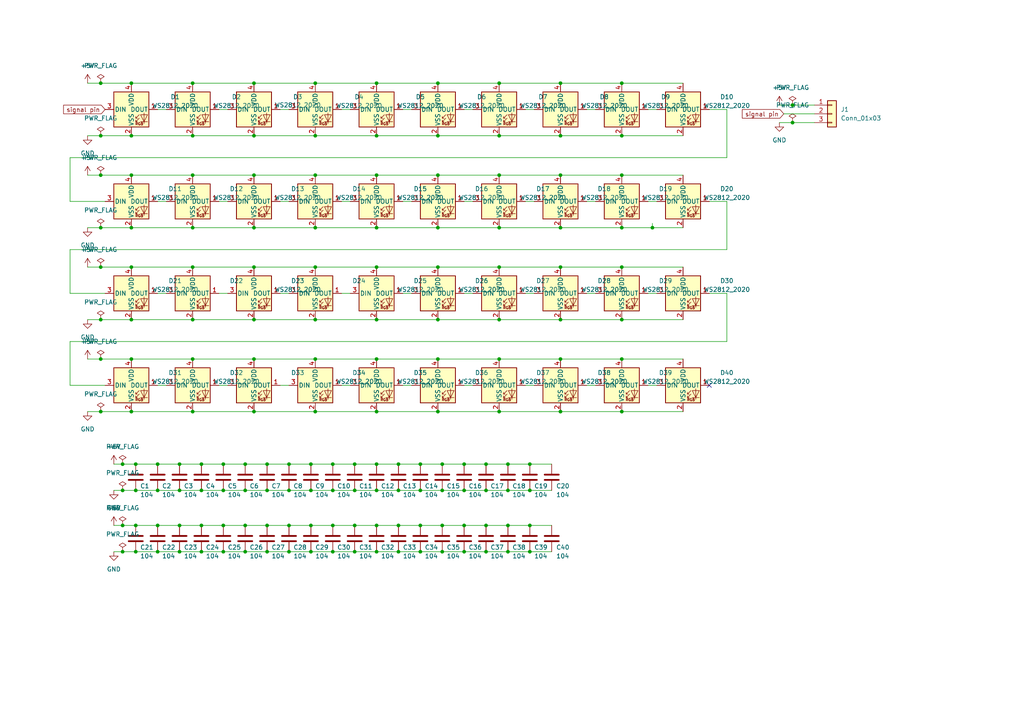
<source format=kicad_sch>
(kicad_sch (version 20230121) (generator eeschema)
  (paper "A4")
  (lib_symbols
    (symbol "Connector_Generic:Conn_01x03" (pin_names (offset 1.016) hide)
      (property "Reference" "J" (at 0 5.08 0))
      (property "Value" "Conn_01x03" (at 0 -5.08 0))
      (symbol "Conn_01x03_1_1"
        (rectangle (start -1.27 -2.413) (end 0 -2.667) (stroke (width 0.1524)))
        (rectangle (start -1.27 0.127) (end 0 -0.127) (stroke (width 0.1524)))
        (rectangle (start -1.27 2.667) (end 0 2.413) (stroke (width 0.1524)))
        (rectangle (start -1.27 3.81) (end 1.27 -3.81) (stroke (width 0.254)) (fill (type background)))
        (pin passive line (at -5.08 2.54 0) (length 3.81) (name "Pin_1") (number "1"))
        (pin passive line (at -5.08 0 0) (length 3.81) (name "Pin_2") (number "2"))
        (pin passive line (at -5.08 -2.54 0) (length 3.81) (name "Pin_3") (number "3"))
      )
    )
    (symbol "Device:C" (pin_numbers hide) (pin_names (offset 0.254))
      (property "Reference" "C" (at 0.635 2.54 0))
      (property "Value" "C" (at 0.635 -2.54 0))
      (symbol "C_0_1"
        (polyline (pts (xy -2.032 -0.762) (xy 2.032 -0.762)) (stroke (width 0.508)))
        (polyline (pts (xy -2.032 0.762) (xy 2.032 0.762)) (stroke (width 0.508)))
      )
      (symbol "C_1_1"
        (pin passive line (at 0 3.81 270) (length 2.794) (name "~") (number "1"))
        (pin passive line (at 0 -3.81 90) (length 2.794) (name "~") (number "2"))
      )
    )
    (symbol "loacl_lib:WS2812_2020" (pin_names (offset 0.254))
      (property "Reference" "D" (at 5.08 5.715 0))
      (property "Value" "WS2812_2020" (at 1.27 -5.715 0))
      (symbol "WS2812_2020_0_0"
        (text "RGB" (at 2.286 -4.191 0) (effects (font (size 0.762 0.762))))
      )
      (symbol "WS2812_2020_0_1"
        (polyline (pts (xy 1.27 -3.556) (xy 1.778 -3.556)))
        (polyline (pts (xy 1.27 -2.54) (xy 1.778 -2.54)))
        (polyline (pts (xy 4.699 -3.556) (xy 2.667 -3.556)))
        (polyline (pts (xy 2.286 -2.54) (xy 1.27 -3.556) (xy 1.27 -3.048)))
        (polyline (pts (xy 2.286 -1.524) (xy 1.27 -2.54) (xy 1.27 -2.032)))
        (polyline (pts (xy 3.683 -1.016) (xy 3.683 -3.556) (xy 3.683 -4.064)))
        (polyline (pts (xy 4.699 -1.524) (xy 2.667 -1.524) (xy 3.683 -3.556) (xy 4.699 -1.524)))
        (rectangle (start 5.08 5.08) (end -5.08 -5.08) (stroke (width 0.254)) (fill (type background)))
      )
      (symbol "WS2812_2020_1_1"
        (pin output line (at 7.62 0 180) (length 2.54) (name "DOUT") (number "1"))
        (pin power_in line (at 0 -7.62 90) (length 2.54) (name "VSS") (number "2"))
        (pin input line (at -7.62 0 0) (length 2.54) (name "DIN") (number "3"))
        (pin power_in line (at 0 7.62 270) (length 2.54) (name "VDD") (number "4"))
      )
    )
    (symbol "power:+5V" (power) (pin_names (offset 0))
      (property "Value" "+5V" (at 0 3.556 0))
      (symbol "+5V_0_1"
        (polyline (pts (xy -0.762 1.27) (xy 0 2.54)))
        (polyline (pts (xy 0 0) (xy 0 2.54)))
        (polyline (pts (xy 0 2.54) (xy 0.762 1.27)))
      )
      (symbol "+5V_1_1"
        (pin power_in line (at 0 0 90) (length 0) hide (name "+5V") (number "1"))
      )
    )
    (symbol "power:GND" (power) (pin_names (offset 0))
      (property "Value" "GND" (at 0 -3.81 0))
      (symbol "GND_0_1"
        (polyline (pts (xy 0 0) (xy 0 -1.27) (xy 1.27 -1.27) (xy 0 -2.54) (xy -1.27 -1.27) (xy 0 -1.27)))
      )
      (symbol "GND_1_1"
        (pin power_in line (at 0 0 270) (length 0) hide (name "GND") (number "1"))
      )
    )
    (symbol "power:PWR_FLAG" (power) (pin_numbers hide) (pin_names (offset 0) hide)
      (property "Value" "PWR_FLAG" (at 0 3.81 0))
      (symbol "PWR_FLAG_0_0"
        (pin power_out line (at 0 0 90) (length 0) (name "pwr") (number "1"))
      )
      (symbol "PWR_FLAG_0_1"
        (polyline (pts (xy 0 0) (xy 0 1.27) (xy -1.016 1.905) (xy 0 2.54) (xy 1.016 1.905) (xy 0 1.27)))
      )
    )
  )
  (junction (at 71.12 160.02))
  (junction (at 91.44 77.47))
  (junction (at 96.52 142.24))
  (junction (at 71.12 152.4))
  (junction (at 109.22 50.8))
  (junction (at 29.21 39.37))
  (junction (at 38.1 39.37))
  (junction (at 73.66 92.71))
  (junction (at 127 24.13))
  (junction (at 38.1 92.71))
  (junction (at 144.78 104.14))
  (junction (at 127 119.38))
  (junction (at 109.22 152.4))
  (junction (at 52.07 160.02))
  (junction (at 35.56 134.62))
  (junction (at 91.44 50.8))
  (junction (at 127 77.47))
  (junction (at 55.88 50.8))
  (junction (at 73.66 39.37))
  (junction (at 153.67 134.62))
  (junction (at 144.78 119.38))
  (junction (at 71.12 142.24))
  (junction (at 162.56 50.8))
  (junction (at 180.34 104.14))
  (junction (at 96.52 152.4))
  (junction (at 162.56 77.47))
  (junction (at 52.07 142.24))
  (junction (at 144.78 66.04))
  (junction (at 55.88 119.38))
  (junction (at 52.07 134.62))
  (junction (at 180.34 24.13))
  (junction (at 29.21 77.47))
  (junction (at 134.62 152.4))
  (junction (at 90.17 152.4))
  (junction (at 147.32 134.62))
  (junction (at 73.66 50.8))
  (junction (at 91.44 39.37))
  (junction (at 73.66 24.13))
  (junction (at 58.42 152.4))
  (junction (at 109.22 160.02))
  (junction (at 121.92 142.24))
  (junction (at 121.92 152.4))
  (junction (at 153.67 152.4))
  (junction (at 109.22 24.13))
  (junction (at 128.27 152.4))
  (junction (at 91.44 119.38))
  (junction (at 128.27 142.24))
  (junction (at 55.88 39.37))
  (junction (at 153.67 160.02))
  (junction (at 140.97 134.62))
  (junction (at 134.62 134.62))
  (junction (at 115.57 152.4))
  (junction (at 73.66 66.04))
  (junction (at 91.44 104.14))
  (junction (at 45.72 134.62))
  (junction (at 162.56 39.37))
  (junction (at 91.44 92.71))
  (junction (at 90.17 160.02))
  (junction (at 83.82 160.02))
  (junction (at 127 92.71))
  (junction (at 115.57 160.02))
  (junction (at 64.77 160.02))
  (junction (at 109.22 134.62))
  (junction (at 39.37 142.24))
  (junction (at 83.82 152.4))
  (junction (at 55.88 92.71))
  (junction (at 38.1 104.14))
  (junction (at 38.1 77.47))
  (junction (at 109.22 66.04))
  (junction (at 144.78 24.13))
  (junction (at 64.77 134.62))
  (junction (at 229.87 35.56))
  (junction (at 29.21 92.71))
  (junction (at 147.32 152.4))
  (junction (at 64.77 152.4))
  (junction (at 128.27 134.62))
  (junction (at 73.66 104.14))
  (junction (at 140.97 142.24))
  (junction (at 58.42 134.62))
  (junction (at 140.97 152.4))
  (junction (at 45.72 160.02))
  (junction (at 38.1 50.8))
  (junction (at 180.34 50.8))
  (junction (at 121.92 160.02))
  (junction (at 39.37 160.02))
  (junction (at 109.22 104.14))
  (junction (at 121.92 134.62))
  (junction (at 77.47 134.62))
  (junction (at 115.57 134.62))
  (junction (at 83.82 134.62))
  (junction (at 144.78 92.71))
  (junction (at 45.72 142.24))
  (junction (at 134.62 142.24))
  (junction (at 128.27 160.02))
  (junction (at 90.17 142.24))
  (junction (at 39.37 152.4))
  (junction (at 55.88 77.47))
  (junction (at 96.52 160.02))
  (junction (at 147.32 160.02))
  (junction (at 29.21 119.38))
  (junction (at 29.21 104.14))
  (junction (at 91.44 24.13))
  (junction (at 77.47 160.02))
  (junction (at 229.87 30.48))
  (junction (at 144.78 39.37))
  (junction (at 180.34 92.71))
  (junction (at 58.42 160.02))
  (junction (at 147.32 142.24))
  (junction (at 38.1 66.04))
  (junction (at 162.56 66.04))
  (junction (at 29.21 24.13))
  (junction (at 127 66.04))
  (junction (at 180.34 77.47))
  (junction (at 109.22 119.38))
  (junction (at 153.67 142.24))
  (junction (at 180.34 119.38))
  (junction (at 58.42 142.24))
  (junction (at 180.34 39.37))
  (junction (at 38.1 119.38))
  (junction (at 127 39.37))
  (junction (at 102.87 152.4))
  (junction (at 29.21 66.04))
  (junction (at 162.56 119.38))
  (junction (at 109.22 92.71))
  (junction (at 144.78 77.47))
  (junction (at 96.52 134.62))
  (junction (at 127 50.8))
  (junction (at 127 104.14))
  (junction (at 162.56 92.71))
  (junction (at 162.56 24.13))
  (junction (at 77.47 152.4))
  (junction (at 73.66 77.47))
  (junction (at 102.87 160.02))
  (junction (at 35.56 152.4))
  (junction (at 180.34 66.04))
  (junction (at 35.56 160.02))
  (junction (at 102.87 134.62))
  (junction (at 73.66 119.38))
  (junction (at 109.22 142.24))
  (junction (at 134.62 160.02))
  (junction (at 35.56 142.24))
  (junction (at 109.22 39.37))
  (junction (at 77.47 142.24))
  (junction (at 52.07 152.4))
  (junction (at 162.56 104.14))
  (junction (at 55.88 66.04))
  (junction (at 90.17 134.62))
  (junction (at 102.87 142.24))
  (junction (at 29.21 50.8))
  (junction (at 109.22 77.47))
  (junction (at 55.88 104.14))
  (junction (at 91.44 66.04))
  (junction (at 83.82 142.24))
  (junction (at 38.1 24.13))
  (junction (at 64.77 142.24))
  (junction (at 45.72 152.4))
  (junction (at 140.97 160.02))
  (junction (at 115.57 142.24))
  (junction (at 55.88 24.13))
  (junction (at 39.37 134.62))
  (junction (at 189.23 66.04))
  (junction (at 144.78 50.8))
  (junction (at 71.12 134.62))
  (no_connect (at 205.74 111.76))
  (wire (pts (xy 71.12 152.4) (xy 77.47 152.4)))
  (wire (pts (xy 33.02 152.4) (xy 35.56 152.4)))
  (wire (pts (xy 52.07 160.02) (xy 45.72 160.02)))
  (wire (pts (xy 83.82 152.4) (xy 90.17 152.4)))
  (wire (pts (xy 144.78 39.37) (xy 162.56 39.37)))
  (wire (pts (xy 205.74 31.75) (xy 210.82 31.75)))
  (wire (pts (xy 140.97 142.24) (xy 134.62 142.24)))
  (wire (pts (xy 180.34 92.71) (xy 198.12 92.71)))
  (wire (pts (xy 25.4 92.71) (xy 29.21 92.71)))
  (wire (pts (xy 115.57 142.24) (xy 109.22 142.24)))
  (wire (pts (xy 160.02 142.24) (xy 153.67 142.24)))
  (wire (pts (xy 109.22 50.8) (xy 91.44 50.8)))
  (wire (pts (xy 90.17 134.62) (xy 96.52 134.62)))
  (wire (pts (xy 91.44 104.14) (xy 109.22 104.14)))
  (wire (pts (xy 162.56 104.14) (xy 180.34 104.14)))
  (wire (pts (xy 147.32 152.4) (xy 153.67 152.4)))
  (wire (pts (xy 134.62 142.24) (xy 128.27 142.24)))
  (wire (pts (xy 109.22 104.14) (xy 127 104.14)))
  (wire (pts (xy 152.4 85.09) (xy 154.94 85.09)))
  (wire (pts (xy 109.22 77.47) (xy 127 77.47)))
  (wire (pts (xy 55.88 39.37) (xy 73.66 39.37)))
  (wire (pts (xy 73.66 104.14) (xy 91.44 104.14)))
  (wire (pts (xy 128.27 152.4) (xy 134.62 152.4)))
  (wire (pts (xy 116.84 111.76) (xy 119.38 111.76)))
  (wire (pts (xy 116.84 58.42) (xy 119.38 58.42)))
  (wire (pts (xy 170.18 111.76) (xy 172.72 111.76)))
  (wire (pts (xy 81.28 58.42) (xy 83.82 58.42)))
  (wire (pts (xy 128.27 142.24) (xy 121.92 142.24)))
  (wire (pts (xy 109.22 134.62) (xy 115.57 134.62)))
  (wire (pts (xy 55.88 66.04) (xy 73.66 66.04)))
  (wire (pts (xy 102.87 160.02) (xy 96.52 160.02)))
  (wire (pts (xy 162.56 119.38) (xy 180.34 119.38)))
  (wire (pts (xy 45.72 111.76) (xy 48.26 111.76)))
  (wire (pts (xy 162.56 39.37) (xy 180.34 39.37)))
  (wire (pts (xy 35.56 152.4) (xy 39.37 152.4)))
  (wire (pts (xy 162.56 50.8) (xy 144.78 50.8)))
  (wire (pts (xy 210.82 72.39) (xy 20.32 72.39)))
  (wire (pts (xy 38.1 119.38) (xy 55.88 119.38)))
  (wire (pts (xy 64.77 152.4) (xy 71.12 152.4)))
  (wire (pts (xy 73.66 119.38) (xy 91.44 119.38)))
  (wire (pts (xy 38.1 77.47) (xy 55.88 77.47)))
  (wire (pts (xy 152.4 31.75) (xy 154.94 31.75)))
  (wire (pts (xy 96.52 134.62) (xy 102.87 134.62)))
  (wire (pts (xy 81.28 111.76) (xy 83.82 111.76)))
  (wire (pts (xy 77.47 142.24) (xy 71.12 142.24)))
  (wire (pts (xy 77.47 160.02) (xy 71.12 160.02)))
  (wire (pts (xy 109.22 160.02) (xy 102.87 160.02)))
  (wire (pts (xy 96.52 160.02) (xy 90.17 160.02)))
  (wire (pts (xy 20.32 58.42) (xy 30.48 58.42)))
  (wire (pts (xy 39.37 160.02) (xy 35.56 160.02)))
  (wire (pts (xy 152.4 111.76) (xy 154.94 111.76)))
  (wire (pts (xy 20.32 111.76) (xy 30.48 111.76)))
  (wire (pts (xy 83.82 134.62) (xy 90.17 134.62)))
  (wire (pts (xy 45.72 58.42) (xy 48.26 58.42)))
  (wire (pts (xy 121.92 160.02) (xy 115.57 160.02)))
  (wire (pts (xy 229.87 30.48) (xy 226.06 30.48)))
  (wire (pts (xy 189.23 66.04) (xy 198.12 66.04)))
  (wire (pts (xy 152.4 58.42) (xy 154.94 58.42)))
  (wire (pts (xy 115.57 152.4) (xy 121.92 152.4)))
  (wire (pts (xy 90.17 160.02) (xy 83.82 160.02)))
  (wire (pts (xy 55.88 24.13) (xy 73.66 24.13)))
  (wire (pts (xy 198.12 24.13) (xy 180.34 24.13)))
  (wire (pts (xy 140.97 134.62) (xy 147.32 134.62)))
  (wire (pts (xy 35.56 134.62) (xy 39.37 134.62)))
  (wire (pts (xy 140.97 152.4) (xy 147.32 152.4)))
  (wire (pts (xy 127 92.71) (xy 144.78 92.71)))
  (wire (pts (xy 99.06 58.42) (xy 101.6 58.42)))
  (wire (pts (xy 63.5 85.09) (xy 66.04 85.09)))
  (wire (pts (xy 153.67 152.4) (xy 160.02 152.4)))
  (wire (pts (xy 55.88 104.14) (xy 73.66 104.14)))
  (wire (pts (xy 205.74 58.42) (xy 210.82 58.42)))
  (wire (pts (xy 45.72 85.09) (xy 48.26 85.09)))
  (wire (pts (xy 55.88 119.38) (xy 73.66 119.38)))
  (wire (pts (xy 71.12 142.24) (xy 64.77 142.24)))
  (wire (pts (xy 96.52 152.4) (xy 102.87 152.4)))
  (wire (pts (xy 52.07 134.62) (xy 58.42 134.62)))
  (wire (pts (xy 91.44 39.37) (xy 109.22 39.37)))
  (wire (pts (xy 29.21 24.13) (xy 25.4 24.13)))
  (wire (pts (xy 109.22 39.37) (xy 127 39.37)))
  (wire (pts (xy 180.34 50.8) (xy 198.12 50.8)))
  (wire (pts (xy 20.32 85.09) (xy 30.48 85.09)))
  (wire (pts (xy 162.56 66.04) (xy 180.34 66.04)))
  (wire (pts (xy 140.97 160.02) (xy 134.62 160.02)))
  (wire (pts (xy 45.72 134.62) (xy 52.07 134.62)))
  (wire (pts (xy 128.27 134.62) (xy 134.62 134.62)))
  (wire (pts (xy 63.5 111.76) (xy 66.04 111.76)))
  (wire (pts (xy 153.67 142.24) (xy 147.32 142.24)))
  (wire (pts (xy 91.44 66.04) (xy 109.22 66.04)))
  (wire (pts (xy 91.44 119.38) (xy 109.22 119.38)))
  (wire (pts (xy 64.77 134.62) (xy 71.12 134.62)))
  (wire (pts (xy 134.62 111.76) (xy 137.16 111.76)))
  (wire (pts (xy 45.72 142.24) (xy 39.37 142.24)))
  (wire (pts (xy 91.44 24.13) (xy 109.22 24.13)))
  (wire (pts (xy 45.72 152.4) (xy 52.07 152.4)))
  (wire (pts (xy 29.21 39.37) (xy 38.1 39.37)))
  (wire (pts (xy 20.32 72.39) (xy 20.32 85.09)))
  (wire (pts (xy 81.28 31.75) (xy 83.82 31.75)))
  (wire (pts (xy 134.62 134.62) (xy 140.97 134.62)))
  (wire (pts (xy 73.66 39.37) (xy 91.44 39.37)))
  (wire (pts (xy 64.77 142.24) (xy 58.42 142.24)))
  (wire (pts (xy 38.1 39.37) (xy 55.88 39.37)))
  (wire (pts (xy 162.56 92.71) (xy 180.34 92.71)))
  (wire (pts (xy 210.82 31.75) (xy 210.82 45.72)))
  (wire (pts (xy 29.21 77.47) (xy 25.4 77.47)))
  (wire (pts (xy 102.87 134.62) (xy 109.22 134.62)))
  (wire (pts (xy 180.34 104.14) (xy 198.12 104.14)))
  (wire (pts (xy 134.62 152.4) (xy 140.97 152.4)))
  (wire (pts (xy 39.37 152.4) (xy 45.72 152.4)))
  (wire (pts (xy 187.96 85.09) (xy 190.5 85.09)))
  (wire (pts (xy 58.42 134.62) (xy 64.77 134.62)))
  (wire (pts (xy 127 39.37) (xy 144.78 39.37)))
  (wire (pts (xy 38.1 24.13) (xy 55.88 24.13)))
  (wire (pts (xy 189.23 64.77) (xy 189.23 66.04)))
  (wire (pts (xy 73.66 50.8) (xy 55.88 50.8)))
  (wire (pts (xy 29.21 66.04) (xy 38.1 66.04)))
  (wire (pts (xy 127 77.47) (xy 144.78 77.47)))
  (wire (pts (xy 55.88 92.71) (xy 73.66 92.71)))
  (wire (pts (xy 29.21 104.14) (xy 38.1 104.14)))
  (wire (pts (xy 144.78 92.71) (xy 162.56 92.71)))
  (wire (pts (xy 144.78 50.8) (xy 127 50.8)))
  (wire (pts (xy 109.22 152.4) (xy 115.57 152.4)))
  (wire (pts (xy 121.92 134.62) (xy 128.27 134.62)))
  (wire (pts (xy 144.78 24.13) (xy 127 24.13)))
  (wire (pts (xy 77.47 152.4) (xy 83.82 152.4)))
  (wire (pts (xy 83.82 85.09) (xy 81.28 85.09)))
  (wire (pts (xy 115.57 134.62) (xy 121.92 134.62)))
  (wire (pts (xy 127 24.13) (xy 109.22 24.13)))
  (wire (pts (xy 64.77 160.02) (xy 58.42 160.02)))
  (wire (pts (xy 71.12 134.62) (xy 77.47 134.62)))
  (wire (pts (xy 127 104.14) (xy 144.78 104.14)))
  (wire (pts (xy 73.66 24.13) (xy 91.44 24.13)))
  (wire (pts (xy 71.12 160.02) (xy 64.77 160.02)))
  (wire (pts (xy 115.57 160.02) (xy 109.22 160.02)))
  (wire (pts (xy 144.78 104.14) (xy 162.56 104.14)))
  (wire (pts (xy 147.32 160.02) (xy 140.97 160.02)))
  (wire (pts (xy 180.34 119.38) (xy 198.12 119.38)))
  (wire (pts (xy 33.02 134.62) (xy 35.56 134.62)))
  (wire (pts (xy 144.78 119.38) (xy 162.56 119.38)))
  (wire (pts (xy 58.42 152.4) (xy 64.77 152.4)))
  (wire (pts (xy 29.21 119.38) (xy 38.1 119.38)))
  (wire (pts (xy 38.1 66.04) (xy 55.88 66.04)))
  (wire (pts (xy 20.32 111.76) (xy 20.32 99.06)))
  (wire (pts (xy 153.67 134.62) (xy 160.02 134.62)))
  (wire (pts (xy 35.56 160.02) (xy 33.02 160.02)))
  (wire (pts (xy 39.37 134.62) (xy 45.72 134.62)))
  (wire (pts (xy 180.34 39.37) (xy 198.12 39.37)))
  (wire (pts (xy 20.32 45.72) (xy 20.32 58.42)))
  (wire (pts (xy 116.84 31.75) (xy 119.38 31.75)))
  (wire (pts (xy 144.78 66.04) (xy 162.56 66.04)))
  (wire (pts (xy 63.5 31.75) (xy 66.04 31.75)))
  (wire (pts (xy 83.82 142.24) (xy 77.47 142.24)))
  (wire (pts (xy 226.06 35.56) (xy 229.87 35.56)))
  (wire (pts (xy 25.4 66.04) (xy 29.21 66.04)))
  (wire (pts (xy 121.92 142.24) (xy 115.57 142.24)))
  (wire (pts (xy 170.18 31.75) (xy 172.72 31.75)))
  (wire (pts (xy 73.66 92.71) (xy 91.44 92.71)))
  (wire (pts (xy 127 119.38) (xy 144.78 119.38)))
  (wire (pts (xy 90.17 152.4) (xy 96.52 152.4)))
  (wire (pts (xy 25.4 119.38) (xy 29.21 119.38)))
  (wire (pts (xy 73.66 66.04) (xy 91.44 66.04)))
  (wire (pts (xy 58.42 160.02) (xy 52.07 160.02)))
  (wire (pts (xy 210.82 45.72) (xy 20.32 45.72)))
  (wire (pts (xy 55.88 77.47) (xy 73.66 77.47)))
  (wire (pts (xy 99.06 111.76) (xy 101.6 111.76)))
  (wire (pts (xy 99.06 31.75) (xy 101.6 31.75)))
  (wire (pts (xy 52.07 142.24) (xy 45.72 142.24)))
  (wire (pts (xy 109.22 66.04) (xy 127 66.04)))
  (wire (pts (xy 180.34 50.8) (xy 162.56 50.8)))
  (wire (pts (xy 229.87 35.56) (xy 236.22 35.56)))
  (wire (pts (xy 180.34 77.47) (xy 198.12 77.47)))
  (wire (pts (xy 187.96 58.42) (xy 190.5 58.42)))
  (wire (pts (xy 90.17 142.24) (xy 83.82 142.24)))
  (wire (pts (xy 147.32 142.24) (xy 140.97 142.24)))
  (wire (pts (xy 45.72 31.75) (xy 48.26 31.75)))
  (wire (pts (xy 153.67 160.02) (xy 147.32 160.02)))
  (wire (pts (xy 91.44 92.71) (xy 109.22 92.71)))
  (wire (pts (xy 187.96 31.75) (xy 190.5 31.75)))
  (wire (pts (xy 63.5 58.42) (xy 66.04 58.42)))
  (wire (pts (xy 52.07 152.4) (xy 58.42 152.4)))
  (wire (pts (xy 134.62 85.09) (xy 137.16 85.09)))
  (wire (pts (xy 96.52 142.24) (xy 90.17 142.24)))
  (wire (pts (xy 109.22 119.38) (xy 127 119.38)))
  (wire (pts (xy 39.37 142.24) (xy 35.56 142.24)))
  (wire (pts (xy 109.22 92.71) (xy 127 92.71)))
  (wire (pts (xy 134.62 58.42) (xy 137.16 58.42)))
  (wire (pts (xy 134.62 31.75) (xy 137.16 31.75)))
  (wire (pts (xy 210.82 58.42) (xy 210.82 72.39)))
  (wire (pts (xy 35.56 142.24) (xy 33.02 142.24)))
  (wire (pts (xy 29.21 92.71) (xy 38.1 92.71)))
  (wire (pts (xy 91.44 50.8) (xy 73.66 50.8)))
  (wire (pts (xy 127 50.8) (xy 109.22 50.8)))
  (wire (pts (xy 162.56 24.13) (xy 144.78 24.13)))
  (wire (pts (xy 83.82 160.02) (xy 77.47 160.02)))
  (wire (pts (xy 147.32 134.62) (xy 153.67 134.62)))
  (wire (pts (xy 187.96 111.76) (xy 190.5 111.76)))
  (wire (pts (xy 205.74 85.09) (xy 210.82 85.09)))
  (wire (pts (xy 144.78 77.47) (xy 162.56 77.47)))
  (wire (pts (xy 99.06 85.09) (xy 101.6 85.09)))
  (wire (pts (xy 116.84 85.09) (xy 119.38 85.09)))
  (wire (pts (xy 58.42 142.24) (xy 52.07 142.24)))
  (wire (pts (xy 20.32 99.06) (xy 210.82 99.06)))
  (wire (pts (xy 73.66 77.47) (xy 91.44 77.47)))
  (wire (pts (xy 229.87 30.48) (xy 236.22 30.48)))
  (wire (pts (xy 109.22 142.24) (xy 102.87 142.24)))
  (wire (pts (xy 160.02 160.02) (xy 153.67 160.02)))
  (wire (pts (xy 25.4 39.37) (xy 29.21 39.37)))
  (wire (pts (xy 162.56 77.47) (xy 180.34 77.47)))
  (wire (pts (xy 55.88 50.8) (xy 38.1 50.8)))
  (wire (pts (xy 29.21 77.47) (xy 38.1 77.47)))
  (wire (pts (xy 170.18 58.42) (xy 172.72 58.42)))
  (wire (pts (xy 91.44 77.47) (xy 109.22 77.47)))
  (wire (pts (xy 45.72 160.02) (xy 39.37 160.02)))
  (wire (pts (xy 38.1 104.14) (xy 55.88 104.14)))
  (wire (pts (xy 29.21 50.8) (xy 25.4 50.8)))
  (wire (pts (xy 102.87 142.24) (xy 96.52 142.24)))
  (wire (pts (xy 38.1 50.8) (xy 29.21 50.8)))
  (wire (pts (xy 170.18 85.09) (xy 172.72 85.09)))
  (wire (pts (xy 77.47 134.62) (xy 83.82 134.62)))
  (wire (pts (xy 134.62 160.02) (xy 128.27 160.02)))
  (wire (pts (xy 180.34 66.04) (xy 189.23 66.04)))
  (wire (pts (xy 38.1 92.71) (xy 55.88 92.71)))
  (wire (pts (xy 180.34 24.13) (xy 162.56 24.13)))
  (wire (pts (xy 121.92 152.4) (xy 128.27 152.4)))
  (wire (pts (xy 227.33 33.02) (xy 236.22 33.02)))
  (wire (pts (xy 210.82 99.06) (xy 210.82 85.09)))
  (wire (pts (xy 102.87 152.4) (xy 109.22 152.4)))
  (wire (pts (xy 127 66.04) (xy 144.78 66.04)))
  (wire (pts (xy 128.27 160.02) (xy 121.92 160.02)))
  (wire (pts (xy 29.21 104.14) (xy 25.4 104.14)))
  (wire (pts (xy 29.21 24.13) (xy 38.1 24.13)))
  (global_label "signal pin" (shape input) (at 30.48 31.75 180) (property "Intersheetrefs" "${INTERSHEET_REFS}" (effects hide)))
  (global_label "signal pin" (shape input) (at 227.33 33.02 180) (property "Intersheetrefs" "${INTERSHEET_REFS}" (effects hide)))
  (symbol (lib_id "loacl_lib:WS2812_2020") (at 109.22 85.09 0) (unit 1)
    (property "Reference" "D25" (at 121.92 81.4421 0))
    (property "Value" "WS2812_2020" (at 121.92 83.9821 0))
    (property "Footprint" "local_Library:ws2812_2020" (effects hide))
    (property "Datasheet" "https://wmsc.lcsc.com/wmsc/upload/file/pdf/v2/lcsc/2012110135_Worldsemi-WS2812B-2020_C965555.pdf" (effects hide))
  )
  (symbol (lib_id "Device:C") (at 109.22 156.21 0) (unit 1)
    (property "Reference" "C32" (at 110.49 158.75 0) (effects (justify left)))
    (property "Value" "104" (at 110.49 161.29 0) (effects (justify left)))
    (property "Footprint" "Capacitor_SMD:C_0201_0603Metric_Pad0.64x0.40mm_HandSolder" (effects hide))
  )
  (symbol (lib_id "Device:C") (at 64.77 156.21 0) (unit 1)
    (property "Reference" "C25" (at 66.04 158.75 0) (effects (justify left)))
    (property "Value" "104" (at 66.04 161.29 0) (effects (justify left)))
    (property "Footprint" "Capacitor_SMD:C_0201_0603Metric_Pad0.64x0.40mm_HandSolder" (effects hide))
  )
  (symbol (lib_id "Device:C") (at 77.47 138.43 0) (unit 1)
    (property "Reference" "C7" (at 78.74 140.97 0) (effects (justify left)))
    (property "Value" "104" (at 78.74 143.51 0) (effects (justify left)))
    (property "Footprint" "Capacitor_SMD:C_0201_0603Metric_Pad0.64x0.40mm_HandSolder" (effects hide))
  )
  (symbol (lib_id "power:PWR_FLAG") (at 35.56 152.4 0) (unit 1)
    (property "Reference" "#FLG011" (effects hide))
    (property "Value" "PWR_FLAG" (at 35.56 147.32 0))
  )
  (symbol (lib_id "loacl_lib:WS2812_2020") (at 91.44 85.09 0) (unit 1)
    (property "Reference" "D24" (at 104.14 81.4421 0))
    (property "Value" "WS2812_2020" (effects hide))
    (property "Footprint" "local_Library:ws2812_2020" (effects hide))
    (property "Datasheet" "https://wmsc.lcsc.com/wmsc/upload/file/pdf/v2/lcsc/2012110135_Worldsemi-WS2812B-2020_C965555.pdf" (effects hide))
  )
  (symbol (lib_id "loacl_lib:WS2812_2020") (at 73.66 111.76 0) (unit 1)
    (property "Reference" "D33" (at 86.36 108.1121 0))
    (property "Value" "WS2812_2020" (effects hide))
    (property "Footprint" "local_Library:ws2812_2020" (effects hide))
    (property "Datasheet" "https://wmsc.lcsc.com/wmsc/upload/file/pdf/v2/lcsc/2012110135_Worldsemi-WS2812B-2020_C965555.pdf" (effects hide))
  )
  (symbol (lib_id "loacl_lib:WS2812_2020") (at 109.22 58.42 0) (unit 1)
    (property "Reference" "D15" (at 121.92 54.7721 0))
    (property "Value" "WS2812_2020" (at 121.92 57.3121 0))
    (property "Footprint" "local_Library:ws2812_2020" (effects hide))
    (property "Datasheet" "https://wmsc.lcsc.com/wmsc/upload/file/pdf/v2/lcsc/2012110135_Worldsemi-WS2812B-2020_C965555.pdf" (effects hide))
  )
  (symbol (lib_id "loacl_lib:WS2812_2020") (at 91.44 111.76 0) (unit 1)
    (property "Reference" "D34" (at 104.14 108.1121 0))
    (property "Value" "WS2812_2020" (at 104.14 110.6521 0))
    (property "Footprint" "local_Library:ws2812_2020" (effects hide))
    (property "Datasheet" "https://wmsc.lcsc.com/wmsc/upload/file/pdf/v2/lcsc/2012110135_Worldsemi-WS2812B-2020_C965555.pdf" (effects hide))
  )
  (symbol (lib_id "loacl_lib:WS2812_2020") (at 198.12 111.76 0) (unit 1)
    (property "Reference" "D40" (at 210.82 108.1121 0))
    (property "Value" "WS2812_2020" (at 210.82 110.6521 0))
    (property "Footprint" "local_Library:ws2812_2020" (effects hide))
    (property "Datasheet" "https://wmsc.lcsc.com/wmsc/upload/file/pdf/v2/lcsc/2012110135_Worldsemi-WS2812B-2020_C965555.pdf" (effects hide))
  )
  (symbol (lib_id "loacl_lib:WS2812_2020") (at 144.78 111.76 0) (unit 1)
    (property "Reference" "D37" (at 157.48 108.1121 0))
    (property "Value" "WS2812_2020" (at 157.48 110.6521 0))
    (property "Footprint" "local_Library:ws2812_2020" (effects hide))
    (property "Datasheet" "https://wmsc.lcsc.com/wmsc/upload/file/pdf/v2/lcsc/2012110135_Worldsemi-WS2812B-2020_C965555.pdf" (effects hide))
  )
  (symbol (lib_id "Device:C") (at 115.57 156.21 0) (unit 1)
    (property "Reference" "C33" (at 116.84 158.75 0) (effects (justify left)))
    (property "Value" "104" (at 116.84 161.29 0) (effects (justify left)))
    (property "Footprint" "Capacitor_SMD:C_0201_0603Metric_Pad0.64x0.40mm_HandSolder" (effects hide))
  )
  (symbol (lib_id "power:GND") (at 33.02 160.02 0) (unit 1)
    (property "Reference" "#PWR012" (effects hide))
    (property "Value" "GND" (at 33.02 165.1 0))
  )
  (symbol (lib_id "power:PWR_FLAG") (at 229.87 35.56 0) (unit 1)
    (property "Reference" "#FLG014" (effects hide))
    (property "Value" "PWR_FLAG" (at 229.87 30.48 0))
  )
  (symbol (lib_id "loacl_lib:WS2812_2020") (at 162.56 111.76 0) (unit 1)
    (property "Reference" "D38" (at 175.26 108.1121 0))
    (property "Value" "WS2812_2020" (at 175.26 110.6521 0))
    (property "Footprint" "local_Library:ws2812_2020" (effects hide))
    (property "Datasheet" "https://wmsc.lcsc.com/wmsc/upload/file/pdf/v2/lcsc/2012110135_Worldsemi-WS2812B-2020_C965555.pdf" (effects hide))
  )
  (symbol (lib_id "Device:C") (at 102.87 156.21 0) (unit 1)
    (property "Reference" "C31" (at 104.14 158.75 0) (effects (justify left)))
    (property "Value" "104" (at 104.14 161.29 0) (effects (justify left)))
    (property "Footprint" "Capacitor_SMD:C_0201_0603Metric_Pad0.64x0.40mm_HandSolder" (effects hide))
  )
  (symbol (lib_id "Device:C") (at 160.02 138.43 0) (unit 1)
    (property "Reference" "C20" (at 161.29 140.97 0) (effects (justify left)))
    (property "Value" "104" (at 161.29 143.51 0) (effects (justify left)))
    (property "Footprint" "Capacitor_SMD:C_0201_0603Metric_Pad0.64x0.40mm_HandSolder" (effects hide))
  )
  (symbol (lib_id "power:GND") (at 226.06 35.56 0) (unit 1)
    (property "Reference" "#PWR014" (effects hide))
    (property "Value" "GND" (at 226.06 40.64 0))
  )
  (symbol (lib_id "Device:C") (at 96.52 138.43 0) (unit 1)
    (property "Reference" "C10" (at 97.79 140.97 0) (effects (justify left)))
    (property "Value" "104" (at 97.79 143.51 0) (effects (justify left)))
    (property "Footprint" "Capacitor_SMD:C_0201_0603Metric_Pad0.64x0.40mm_HandSolder" (effects hide))
  )
  (symbol (lib_id "Device:C") (at 58.42 156.21 0) (unit 1)
    (property "Reference" "C24" (at 59.69 158.75 0) (effects (justify left)))
    (property "Value" "104" (at 59.69 161.29 0) (effects (justify left)))
    (property "Footprint" "Capacitor_SMD:C_0201_0603Metric_Pad0.64x0.40mm_HandSolder" (effects hide))
  )
  (symbol (lib_id "loacl_lib:WS2812_2020") (at 162.56 85.09 0) (unit 1)
    (property "Reference" "D28" (at 175.26 81.4421 0))
    (property "Value" "WS2812_2020" (at 175.26 83.9821 0))
    (property "Footprint" "local_Library:ws2812_2020" (effects hide))
    (property "Datasheet" "https://wmsc.lcsc.com/wmsc/upload/file/pdf/v2/lcsc/2012110135_Worldsemi-WS2812B-2020_C965555.pdf" (effects hide))
  )
  (symbol (lib_id "loacl_lib:WS2812_2020") (at 38.1 31.75 0) (unit 1)
    (property "Reference" "D1" (at 50.8 28.1021 0))
    (property "Value" "WS2812_2020" (at 50.8 30.6421 0))
    (property "Footprint" "local_Library:ws2812_2020" (effects hide))
    (property "Datasheet" "https://wmsc.lcsc.com/wmsc/upload/file/pdf/v2/lcsc/2012110135_Worldsemi-WS2812B-2020_C965555.pdf" (effects hide))
  )
  (symbol (lib_id "power:GND") (at 33.02 142.24 0) (unit 1)
    (property "Reference" "#PWR09" (effects hide))
    (property "Value" "GND" (at 33.02 147.32 0))
  )
  (symbol (lib_id "loacl_lib:WS2812_2020") (at 55.88 111.76 0) (unit 1)
    (property "Reference" "D32" (at 68.58 108.1121 0))
    (property "Value" "WS2812_2020" (at 68.58 110.6521 0))
    (property "Footprint" "local_Library:ws2812_2020" (effects hide))
    (property "Datasheet" "https://wmsc.lcsc.com/wmsc/upload/file/pdf/v2/lcsc/2012110135_Worldsemi-WS2812B-2020_C965555.pdf" (effects hide))
  )
  (symbol (lib_id "loacl_lib:WS2812_2020") (at 198.12 85.09 0) (unit 1)
    (property "Reference" "D30" (at 210.82 81.4421 0))
    (property "Value" "WS2812_2020" (at 210.82 83.9821 0))
    (property "Footprint" "local_Library:ws2812_2020" (effects hide))
    (property "Datasheet" "https://wmsc.lcsc.com/wmsc/upload/file/pdf/v2/lcsc/2012110135_Worldsemi-WS2812B-2020_C965555.pdf" (effects hide))
  )
  (symbol (lib_id "power:GND") (at 25.4 119.38 0) (unit 1)
    (property "Reference" "#PWR08" (effects hide))
    (property "Value" "GND" (at 25.4 124.46 0))
  )
  (symbol (lib_id "Device:C") (at 83.82 138.43 0) (unit 1)
    (property "Reference" "C8" (at 85.09 140.97 0) (effects (justify left)))
    (property "Value" "104" (at 85.09 143.51 0) (effects (justify left)))
    (property "Footprint" "Capacitor_SMD:C_0201_0603Metric_Pad0.64x0.40mm_HandSolder" (effects hide))
  )
  (symbol (lib_id "loacl_lib:WS2812_2020") (at 127 58.42 0) (unit 1)
    (property "Reference" "D16" (at 139.7 54.7721 0))
    (property "Value" "WS2812_2020" (at 139.7 57.3121 0))
    (property "Footprint" "local_Library:ws2812_2020" (effects hide))
    (property "Datasheet" "https://wmsc.lcsc.com/wmsc/upload/file/pdf/v2/lcsc/2012110135_Worldsemi-WS2812B-2020_C965555.pdf" (effects hide))
  )
  (symbol (lib_id "Device:C") (at 45.72 156.21 0) (unit 1)
    (property "Reference" "C22" (at 46.99 158.75 0) (effects (justify left)))
    (property "Value" "104" (at 46.99 161.29 0) (effects (justify left)))
    (property "Footprint" "Capacitor_SMD:C_0201_0603Metric_Pad0.64x0.40mm_HandSolder" (effects hide))
  )
  (symbol (lib_id "power:+5V") (at 33.02 152.4 0) (unit 1)
    (property "Reference" "#PWR011" (effects hide))
    (property "Value" "+5V" (at 33.02 147.32 0))
  )
  (symbol (lib_id "Device:C") (at 71.12 156.21 0) (unit 1)
    (property "Reference" "C26" (at 72.39 158.75 0) (effects (justify left)))
    (property "Value" "104" (at 72.39 161.29 0) (effects (justify left)))
    (property "Footprint" "Capacitor_SMD:C_0201_0603Metric_Pad0.64x0.40mm_HandSolder" (effects hide))
  )
  (symbol (lib_id "loacl_lib:WS2812_2020") (at 180.34 31.75 0) (unit 1)
    (property "Reference" "D9" (at 193.04 28.1021 0))
    (property "Value" "WS2812_2020" (at 193.04 30.6421 0))
    (property "Footprint" "local_Library:ws2812_2020" (effects hide))
    (property "Datasheet" "https://wmsc.lcsc.com/wmsc/upload/file/pdf/v2/lcsc/2012110135_Worldsemi-WS2812B-2020_C965555.pdf" (effects hide))
  )
  (symbol (lib_id "loacl_lib:WS2812_2020") (at 55.88 85.09 0) (unit 1)
    (property "Reference" "D22" (at 68.58 81.4421 0))
    (property "Value" "WS2812_2020" (effects hide))
    (property "Footprint" "local_Library:ws2812_2020" (effects hide))
    (property "Datasheet" "https://wmsc.lcsc.com/wmsc/upload/file/pdf/v2/lcsc/2012110135_Worldsemi-WS2812B-2020_C965555.pdf" (effects hide))
  )
  (symbol (lib_id "Device:C") (at 52.07 138.43 0) (unit 1)
    (property "Reference" "C3" (at 53.34 140.97 0) (effects (justify left)))
    (property "Value" "104" (at 53.34 143.51 0) (effects (justify left)))
    (property "Footprint" "Capacitor_SMD:C_0201_0603Metric_Pad0.64x0.40mm_HandSolder" (effects hide))
  )
  (symbol (lib_id "Device:C") (at 147.32 156.21 0) (unit 1)
    (property "Reference" "C38" (at 148.59 158.75 0) (effects (justify left)))
    (property "Value" "104" (at 148.59 161.29 0) (effects (justify left)))
    (property "Footprint" "Capacitor_SMD:C_0201_0603Metric_Pad0.64x0.40mm_HandSolder" (effects hide))
  )
  (symbol (lib_id "Device:C") (at 96.52 156.21 0) (unit 1)
    (property "Reference" "C30" (at 97.79 158.75 0) (effects (justify left)))
    (property "Value" "104" (at 97.79 161.29 0) (effects (justify left)))
    (property "Footprint" "Capacitor_SMD:C_0201_0603Metric_Pad0.64x0.40mm_HandSolder" (effects hide))
  )
  (symbol (lib_id "Device:C") (at 121.92 138.43 0) (unit 1)
    (property "Reference" "C14" (at 123.19 140.97 0) (effects (justify left)))
    (property "Value" "104" (at 123.19 143.51 0) (effects (justify left)))
    (property "Footprint" "Capacitor_SMD:C_0201_0603Metric_Pad0.64x0.40mm_HandSolder" (effects hide))
  )
  (symbol (lib_id "Device:C") (at 90.17 138.43 0) (unit 1)
    (property "Reference" "C9" (at 91.44 140.97 0) (effects (justify left)))
    (property "Value" "104" (at 91.44 143.51 0) (effects (justify left)))
    (property "Footprint" "Capacitor_SMD:C_0201_0603Metric_Pad0.64x0.40mm_HandSolder" (effects hide))
  )
  (symbol (lib_id "power:PWR_FLAG") (at 29.21 66.04 0) (unit 1)
    (property "Reference" "#FLG04" (effects hide))
    (property "Value" "PWR_FLAG" (at 29.21 60.96 0))
  )
  (symbol (lib_id "loacl_lib:WS2812_2020") (at 55.88 58.42 0) (unit 1)
    (property "Reference" "D12" (at 68.58 54.7721 0))
    (property "Value" "WS2812_2020" (at 68.58 57.3121 0))
    (property "Footprint" "local_Library:ws2812_2020" (effects hide))
    (property "Datasheet" "https://wmsc.lcsc.com/wmsc/upload/file/pdf/v2/lcsc/2012110135_Worldsemi-WS2812B-2020_C965555.pdf" (effects hide))
  )
  (symbol (lib_id "Device:C") (at 140.97 138.43 0) (unit 1)
    (property "Reference" "C17" (at 142.24 140.97 0) (effects (justify left)))
    (property "Value" "104" (at 142.24 143.51 0) (effects (justify left)))
    (property "Footprint" "Capacitor_SMD:C_0201_0603Metric_Pad0.64x0.40mm_HandSolder" (effects hide))
  )
  (symbol (lib_id "Device:C") (at 102.87 138.43 0) (unit 1)
    (property "Reference" "C11" (at 104.14 140.97 0) (effects (justify left)))
    (property "Value" "104" (at 104.14 143.51 0) (effects (justify left)))
    (property "Footprint" "Capacitor_SMD:C_0201_0603Metric_Pad0.64x0.40mm_HandSolder" (effects hide))
  )
  (symbol (lib_id "loacl_lib:WS2812_2020") (at 91.44 31.75 0) (unit 1)
    (property "Reference" "D4" (at 104.14 28.1021 0))
    (property "Value" "WS2812_2020" (at 104.14 30.6421 0))
    (property "Footprint" "local_Library:ws2812_2020" (effects hide))
    (property "Datasheet" "https://wmsc.lcsc.com/wmsc/upload/file/pdf/v2/lcsc/2012110135_Worldsemi-WS2812B-2020_C965555.pdf" (effects hide))
  )
  (symbol (lib_id "Device:C") (at 39.37 138.43 0) (unit 1)
    (property "Reference" "C1" (at 40.64 140.97 0) (effects (justify left)))
    (property "Value" "104" (at 40.64 143.51 0) (effects (justify left)))
    (property "Footprint" "Capacitor_SMD:C_0201_0603Metric_Pad0.64x0.40mm_HandSolder" (effects hide))
  )
  (symbol (lib_id "power:GND") (at 25.4 92.71 0) (unit 1)
    (property "Reference" "#PWR06" (effects hide))
    (property "Value" "GND" (at 25.4 97.79 0))
  )
  (symbol (lib_id "power:+5V") (at 25.4 50.8 0) (unit 1)
    (property "Reference" "#PWR02" (effects hide))
    (property "Value" "+5V" (at 25.4 45.72 0))
  )
  (symbol (lib_id "power:PWR_FLAG") (at 29.21 77.47 0) (unit 1)
    (property "Reference" "#FLG05" (effects hide))
    (property "Value" "PWR_FLAG" (at 29.21 72.39 0))
  )
  (symbol (lib_id "Device:C") (at 121.92 156.21 0) (unit 1)
    (property "Reference" "C34" (at 123.19 158.75 0) (effects (justify left)))
    (property "Value" "104" (at 123.19 161.29 0) (effects (justify left)))
    (property "Footprint" "Capacitor_SMD:C_0201_0603Metric_Pad0.64x0.40mm_HandSolder" (effects hide))
  )
  (symbol (lib_id "power:PWR_FLAG") (at 29.21 104.14 0) (unit 1)
    (property "Reference" "#FLG07" (effects hide))
    (property "Value" "PWR_FLAG" (at 29.21 99.06 0))
  )
  (symbol (lib_id "loacl_lib:WS2812_2020") (at 73.66 58.42 0) (unit 1)
    (property "Reference" "D13" (at 86.36 54.7721 0))
    (property "Value" "WS2812_2020" (at 86.36 57.3121 0))
    (property "Footprint" "local_Library:ws2812_2020" (effects hide))
    (property "Datasheet" "https://wmsc.lcsc.com/wmsc/upload/file/pdf/v2/lcsc/2012110135_Worldsemi-WS2812B-2020_C965555.pdf" (effects hide))
  )
  (symbol (lib_id "Device:C") (at 45.72 138.43 0) (unit 1)
    (property "Reference" "C2" (at 46.99 140.97 0) (effects (justify left)))
    (property "Value" "104" (at 46.99 143.51 0) (effects (justify left)))
    (property "Footprint" "Capacitor_SMD:C_0201_0603Metric_Pad0.64x0.40mm_HandSolder" (effects hide))
  )
  (symbol (lib_id "loacl_lib:WS2812_2020") (at 162.56 58.42 0) (unit 1)
    (property "Reference" "D18" (at 175.26 54.7721 0))
    (property "Value" "WS2812_2020" (at 175.26 57.3121 0))
    (property "Footprint" "local_Library:ws2812_2020" (effects hide))
    (property "Datasheet" "https://wmsc.lcsc.com/wmsc/upload/file/pdf/v2/lcsc/2012110135_Worldsemi-WS2812B-2020_C965555.pdf" (effects hide))
  )
  (symbol (lib_id "power:PWR_FLAG") (at 29.21 119.38 0) (unit 1)
    (property "Reference" "#FLG08" (effects hide))
    (property "Value" "PWR_FLAG" (at 29.21 114.3 0))
  )
  (symbol (lib_id "Device:C") (at 83.82 156.21 0) (unit 1)
    (property "Reference" "C28" (at 85.09 158.75 0) (effects (justify left)))
    (property "Value" "104" (at 85.09 161.29 0) (effects (justify left)))
    (property "Footprint" "Capacitor_SMD:C_0201_0603Metric_Pad0.64x0.40mm_HandSolder" (effects hide))
  )
  (symbol (lib_id "power:+5V") (at 226.06 30.48 0) (unit 1)
    (property "Reference" "#PWR013" (effects hide))
    (property "Value" "+5V" (at 226.06 25.4 0))
  )
  (symbol (lib_id "Device:C") (at 115.57 138.43 0) (unit 1)
    (property "Reference" "C13" (at 116.84 140.97 0) (effects (justify left)))
    (property "Value" "104" (at 116.84 143.51 0) (effects (justify left)))
    (property "Footprint" "Capacitor_SMD:C_0201_0603Metric_Pad0.64x0.40mm_HandSolder" (effects hide))
  )
  (symbol (lib_id "Device:C") (at 77.47 156.21 0) (unit 1)
    (property "Reference" "C27" (at 78.74 158.75 0) (effects (justify left)))
    (property "Value" "104" (at 78.74 161.29 0) (effects (justify left)))
    (property "Footprint" "Capacitor_SMD:C_0201_0603Metric_Pad0.64x0.40mm_HandSolder" (effects hide))
  )
  (symbol (lib_id "Device:C") (at 140.97 156.21 0) (unit 1)
    (property "Reference" "C37" (at 142.24 158.75 0) (effects (justify left)))
    (property "Value" "104" (at 142.24 161.29 0) (effects (justify left)))
    (property "Footprint" "Capacitor_SMD:C_0201_0603Metric_Pad0.64x0.40mm_HandSolder" (effects hide))
  )
  (symbol (lib_id "power:PWR_FLAG") (at 35.56 160.02 0) (unit 1)
    (property "Reference" "#FLG012" (effects hide))
    (property "Value" "PWR_FLAG" (at 35.56 154.94 0))
  )
  (symbol (lib_id "loacl_lib:WS2812_2020") (at 38.1 85.09 0) (unit 1)
    (property "Reference" "D21" (at 50.8 81.4421 0))
    (property "Value" "WS2812_2020" (at 50.8 83.9821 0))
    (property "Footprint" "local_Library:ws2812_2020" (effects hide))
    (property "Datasheet" "https://wmsc.lcsc.com/wmsc/upload/file/pdf/v2/lcsc/2012110135_Worldsemi-WS2812B-2020_C965555.pdf" (effects hide))
  )
  (symbol (lib_id "loacl_lib:WS2812_2020") (at 38.1 58.42 0) (unit 1)
    (property "Reference" "D11" (at 50.8 54.7721 0))
    (property "Value" "WS2812_2020" (at 50.8 57.3121 0))
    (property "Footprint" "local_Library:ws2812_2020" (effects hide))
    (property "Datasheet" "https://wmsc.lcsc.com/wmsc/upload/file/pdf/v2/lcsc/2012110135_Worldsemi-WS2812B-2020_C965555.pdf" (effects hide))
  )
  (symbol (lib_id "loacl_lib:WS2812_2020") (at 144.78 58.42 0) (unit 1)
    (property "Reference" "D17" (at 157.48 54.7721 0))
    (property "Value" "WS2812_2020" (at 157.48 57.3121 0))
    (property "Footprint" "local_Library:ws2812_2020" (effects hide))
    (property "Datasheet" "https://wmsc.lcsc.com/wmsc/upload/file/pdf/v2/lcsc/2012110135_Worldsemi-WS2812B-2020_C965555.pdf" (effects hide))
  )
  (symbol (lib_id "loacl_lib:WS2812_2020") (at 144.78 85.09 0) (unit 1)
    (property "Reference" "D27" (at 157.48 81.4421 0))
    (property "Value" "WS2812_2020" (at 157.48 83.9821 0))
    (property "Footprint" "local_Library:ws2812_2020" (effects hide))
    (property "Datasheet" "https://wmsc.lcsc.com/wmsc/upload/file/pdf/v2/lcsc/2012110135_Worldsemi-WS2812B-2020_C965555.pdf" (effects hide))
  )
  (symbol (lib_id "loacl_lib:WS2812_2020") (at 198.12 58.42 0) (unit 1)
    (property "Reference" "D20" (at 210.82 54.7721 0))
    (property "Value" "WS2812_2020" (at 210.82 57.3121 0))
    (property "Footprint" "local_Library:ws2812_2020" (effects hide))
    (property "Datasheet" "https://wmsc.lcsc.com/wmsc/upload/file/pdf/v2/lcsc/2012110135_Worldsemi-WS2812B-2020_C965555.pdf" (effects hide))
  )
  (symbol (lib_id "power:PWR_FLAG") (at 35.56 134.62 0) (unit 1)
    (property "Reference" "#FLG09" (effects hide))
    (property "Value" "PWR_FLAG" (at 35.56 129.54 0))
  )
  (symbol (lib_id "power:+5V") (at 33.02 134.62 0) (unit 1)
    (property "Reference" "#PWR010" (effects hide))
    (property "Value" "+5V" (at 33.02 129.54 0))
  )
  (symbol (lib_id "Device:C") (at 153.67 156.21 0) (unit 1)
    (property "Reference" "C39" (at 154.94 158.75 0) (effects (justify left)))
    (property "Value" "104" (at 154.94 161.29 0) (effects (justify left)))
    (property "Footprint" "Capacitor_SMD:C_0201_0603Metric_Pad0.64x0.40mm_HandSolder" (effects hide))
  )
  (symbol (lib_id "Device:C") (at 134.62 156.21 0) (unit 1)
    (property "Reference" "C36" (at 135.89 158.75 0) (effects (justify left)))
    (property "Value" "104" (at 135.89 161.29 0) (effects (justify left)))
    (property "Footprint" "Capacitor_SMD:C_0201_0603Metric_Pad0.64x0.40mm_HandSolder" (effects hide))
  )
  (symbol (lib_id "loacl_lib:WS2812_2020") (at 91.44 58.42 0) (unit 1)
    (property "Reference" "D14" (at 104.14 54.7721 0))
    (property "Value" "WS2812_2020" (at 104.14 57.3121 0))
    (property "Footprint" "local_Library:ws2812_2020" (effects hide))
    (property "Datasheet" "https://wmsc.lcsc.com/wmsc/upload/file/pdf/v2/lcsc/2012110135_Worldsemi-WS2812B-2020_C965555.pdf" (effects hide))
  )
  (symbol (lib_id "power:PWR_FLAG") (at 229.87 30.48 0) (unit 1)
    (property "Reference" "#FLG013" (effects hide))
    (property "Value" "PWR_FLAG" (at 229.87 25.4 0))
  )
  (symbol (lib_id "power:GND") (at 25.4 39.37 0) (unit 1)
    (property "Reference" "#PWR03" (effects hide))
    (property "Value" "GND" (at 25.4 44.45 0))
  )
  (symbol (lib_id "power:+5V") (at 25.4 77.47 0) (unit 1)
    (property "Reference" "#PWR05" (effects hide))
    (property "Value" "+5V" (at 25.4 72.39 0))
  )
  (symbol (lib_id "Device:C") (at 71.12 138.43 0) (unit 1)
    (property "Reference" "C6" (at 72.39 140.97 0) (effects (justify left)))
    (property "Value" "104" (at 72.39 143.51 0) (effects (justify left)))
    (property "Footprint" "Capacitor_SMD:C_0201_0603Metric_Pad0.64x0.40mm_HandSolder" (effects hide))
  )
  (symbol (lib_id "loacl_lib:WS2812_2020") (at 144.78 31.75 0) (unit 1)
    (property "Reference" "D7" (at 157.48 28.1021 0))
    (property "Value" "WS2812_2020" (at 157.48 30.6421 0))
    (property "Footprint" "local_Library:ws2812_2020" (effects hide))
    (property "Datasheet" "https://wmsc.lcsc.com/wmsc/upload/file/pdf/v2/lcsc/2012110135_Worldsemi-WS2812B-2020_C965555.pdf" (effects hide))
  )
  (symbol (lib_id "loacl_lib:WS2812_2020") (at 38.1 111.76 0) (unit 1)
    (property "Reference" "D31" (at 50.8 108.1121 0))
    (property "Value" "WS2812_2020" (at 50.8 110.6521 0))
    (property "Footprint" "local_Library:ws2812_2020" (effects hide))
    (property "Datasheet" "https://wmsc.lcsc.com/wmsc/upload/file/pdf/v2/lcsc/2012110135_Worldsemi-WS2812B-2020_C965555.pdf" (effects hide))
  )
  (symbol (lib_id "Device:C") (at 52.07 156.21 0) (unit 1)
    (property "Reference" "C23" (at 53.34 158.75 0) (effects (justify left)))
    (property "Value" "104" (at 53.34 161.29 0) (effects (justify left)))
    (property "Footprint" "Capacitor_SMD:C_0201_0603Metric_Pad0.64x0.40mm_HandSolder" (effects hide))
  )
  (symbol (lib_id "loacl_lib:WS2812_2020") (at 109.22 31.75 0) (unit 1)
    (property "Reference" "D5" (at 121.92 28.1021 0))
    (property "Value" "WS2812_2020" (at 121.92 30.6421 0))
    (property "Footprint" "local_Library:ws2812_2020" (effects hide))
    (property "Datasheet" "https://wmsc.lcsc.com/wmsc/upload/file/pdf/v2/lcsc/2012110135_Worldsemi-WS2812B-2020_C965555.pdf" (effects hide))
  )
  (symbol (lib_id "loacl_lib:WS2812_2020") (at 180.34 111.76 0) (unit 1)
    (property "Reference" "D39" (at 193.04 108.1121 0))
    (property "Value" "WS2812_2020" (at 193.04 110.6521 0))
    (property "Footprint" "local_Library:ws2812_2020" (effects hide))
    (property "Datasheet" "https://wmsc.lcsc.com/wmsc/upload/file/pdf/v2/lcsc/2012110135_Worldsemi-WS2812B-2020_C965555.pdf" (effects hide))
  )
  (symbol (lib_id "power:GND") (at 25.4 66.04 0) (unit 1)
    (property "Reference" "#PWR04" (effects hide))
    (property "Value" "GND" (at 25.4 71.12 0))
  )
  (symbol (lib_id "power:+5V") (at 25.4 104.14 0) (unit 1)
    (property "Reference" "#PWR07" (effects hide))
    (property "Value" "+5V" (at 25.4 99.06 0))
  )
  (symbol (lib_id "Device:C") (at 90.17 156.21 0) (unit 1)
    (property "Reference" "C29" (at 91.44 158.75 0) (effects (justify left)))
    (property "Value" "104" (at 91.44 161.29 0) (effects (justify left)))
    (property "Footprint" "Capacitor_SMD:C_0201_0603Metric_Pad0.64x0.40mm_HandSolder" (effects hide))
  )
  (symbol (lib_id "loacl_lib:WS2812_2020") (at 162.56 31.75 0) (unit 1)
    (property "Reference" "D8" (at 175.26 28.1021 0))
    (property "Value" "WS2812_2020" (at 175.26 30.6421 0))
    (property "Footprint" "local_Library:ws2812_2020" (effects hide))
    (property "Datasheet" "https://wmsc.lcsc.com/wmsc/upload/file/pdf/v2/lcsc/2012110135_Worldsemi-WS2812B-2020_C965555.pdf" (effects hide))
  )
  (symbol (lib_id "power:PWR_FLAG") (at 29.21 50.8 0) (unit 1)
    (property "Reference" "#FLG02" (effects hide))
    (property "Value" "PWR_FLAG" (at 29.21 45.72 0))
  )
  (symbol (lib_id "loacl_lib:WS2812_2020") (at 127 85.09 0) (unit 1)
    (property "Reference" "D26" (at 139.7 81.4421 0))
    (property "Value" "WS2812_2020" (at 139.7 83.9821 0))
    (property "Footprint" "local_Library:ws2812_2020" (effects hide))
    (property "Datasheet" "https://wmsc.lcsc.com/wmsc/upload/file/pdf/v2/lcsc/2012110135_Worldsemi-WS2812B-2020_C965555.pdf" (effects hide))
  )
  (symbol (lib_id "Device:C") (at 128.27 156.21 0) (unit 1)
    (property "Reference" "C35" (at 129.54 158.75 0) (effects (justify left)))
    (property "Value" "104" (at 129.54 161.29 0) (effects (justify left)))
    (property "Footprint" "Capacitor_SMD:C_0201_0603Metric_Pad0.64x0.40mm_HandSolder" (effects hide))
  )
  (symbol (lib_id "power:PWR_FLAG") (at 29.21 24.13 0) (unit 1)
    (property "Reference" "#FLG01" (effects hide))
    (property "Value" "PWR_FLAG" (at 29.21 19.05 0))
  )
  (symbol (lib_id "Device:C") (at 160.02 156.21 0) (unit 1)
    (property "Reference" "C40" (at 161.29 158.75 0) (effects (justify left)))
    (property "Value" "104" (at 161.29 161.29 0) (effects (justify left)))
    (property "Footprint" "Capacitor_SMD:C_0201_0603Metric_Pad0.64x0.40mm_HandSolder" (effects hide))
  )
  (symbol (lib_id "loacl_lib:WS2812_2020") (at 127 31.75 0) (unit 1)
    (property "Reference" "D6" (at 139.7 28.1021 0))
    (property "Value" "WS2812_2020" (at 139.7 30.6421 0))
    (property "Footprint" "local_Library:ws2812_2020" (effects hide))
    (property "Datasheet" "https://wmsc.lcsc.com/wmsc/upload/file/pdf/v2/lcsc/2012110135_Worldsemi-WS2812B-2020_C965555.pdf" (effects hide))
  )
  (symbol (lib_id "loacl_lib:WS2812_2020") (at 180.34 58.42 0) (unit 1)
    (property "Reference" "D19" (at 193.04 54.7721 0))
    (property "Value" "WS2812_2020" (at 193.04 57.3121 0))
    (property "Footprint" "local_Library:ws2812_2020" (effects hide))
    (property "Datasheet" "https://wmsc.lcsc.com/wmsc/upload/file/pdf/v2/lcsc/2012110135_Worldsemi-WS2812B-2020_C965555.pdf" (effects hide))
  )
  (symbol (lib_id "loacl_lib:WS2812_2020") (at 73.66 31.75 0) (unit 1)
    (property "Reference" "D3" (at 86.36 28.1021 0))
    (property "Value" "WS2812_2020" (at 86.36 30.48 0))
    (property "Footprint" "local_Library:ws2812_2020" (effects hide))
    (property "Datasheet" "https://wmsc.lcsc.com/wmsc/upload/file/pdf/v2/lcsc/2012110135_Worldsemi-WS2812B-2020_C965555.pdf" (effects hide))
  )
  (symbol (lib_id "power:+5V") (at 25.4 24.13 0) (unit 1)
    (property "Reference" "#PWR01" (effects hide))
    (property "Value" "+5V" (at 25.4 19.05 0))
  )
  (symbol (lib_id "loacl_lib:WS2812_2020") (at 127 111.76 0) (unit 1)
    (property "Reference" "D36" (at 139.7 108.1121 0))
    (property "Value" "WS2812_2020" (at 139.7 110.6521 0))
    (property "Footprint" "local_Library:ws2812_2020" (effects hide))
    (property "Datasheet" "https://wmsc.lcsc.com/wmsc/upload/file/pdf/v2/lcsc/2012110135_Worldsemi-WS2812B-2020_C965555.pdf" (effects hide))
  )
  (symbol (lib_id "Device:C") (at 109.22 138.43 0) (unit 1)
    (property "Reference" "C12" (at 110.49 140.97 0) (effects (justify left)))
    (property "Value" "104" (at 110.49 143.51 0) (effects (justify left)))
    (property "Footprint" "Capacitor_SMD:C_0201_0603Metric_Pad0.64x0.40mm_HandSolder" (effects hide))
  )
  (symbol (lib_id "loacl_lib:WS2812_2020") (at 180.34 85.09 0) (unit 1)
    (property "Reference" "D29" (at 193.04 81.4421 0))
    (property "Value" "WS2812_2020" (at 193.04 83.9821 0))
    (property "Footprint" "local_Library:ws2812_2020" (effects hide))
    (property "Datasheet" "https://wmsc.lcsc.com/wmsc/upload/file/pdf/v2/lcsc/2012110135_Worldsemi-WS2812B-2020_C965555.pdf" (effects hide))
  )
  (symbol (lib_id "loacl_lib:WS2812_2020") (at 198.12 31.75 0) (unit 1)
    (property "Reference" "D10" (at 210.82 28.1021 0))
    (property "Value" "WS2812_2020" (at 210.82 30.6421 0))
    (property "Footprint" "local_Library:ws2812_2020" (effects hide))
    (property "Datasheet" "https://wmsc.lcsc.com/wmsc/upload/file/pdf/v2/lcsc/2012110135_Worldsemi-WS2812B-2020_C965555.pdf" (effects hide))
  )
  (symbol (lib_id "Device:C") (at 147.32 138.43 0) (unit 1)
    (property "Reference" "C18" (at 148.59 140.97 0) (effects (justify left)))
    (property "Value" "104" (at 148.59 143.51 0) (effects (justify left)))
    (property "Footprint" "Capacitor_SMD:C_0201_0603Metric_Pad0.64x0.40mm_HandSolder" (effects hide))
  )
  (symbol (lib_id "Device:C") (at 128.27 138.43 0) (unit 1)
    (property "Reference" "C15" (at 129.54 140.97 0) (effects (justify left)))
    (property "Value" "104" (at 129.54 143.51 0) (effects (justify left)))
    (property "Footprint" "Capacitor_SMD:C_0201_0603Metric_Pad0.64x0.40mm_HandSolder" (effects hide))
  )
  (symbol (lib_id "Device:C") (at 39.37 156.21 0) (unit 1)
    (property "Reference" "C21" (at 40.64 158.75 0) (effects (justify left)))
    (property "Value" "104" (at 40.64 161.29 0) (effects (justify left)))
    (property "Footprint" "Capacitor_SMD:C_0201_0603Metric_Pad0.64x0.40mm_HandSolder" (effects hide))
  )
  (symbol (lib_id "power:PWR_FLAG") (at 35.56 142.24 0) (unit 1)
    (property "Reference" "#FLG010" (effects hide))
    (property "Value" "PWR_FLAG" (at 35.56 137.16 0))
  )
  (symbol (lib_id "loacl_lib:WS2812_2020") (at 73.66 85.09 0) (unit 1)
    (property "Reference" "D23" (at 86.36 81.4421 0))
    (property "Value" "WS2812_2020" (at 86.36 83.9821 0))
    (property "Footprint" "local_Library:ws2812_2020" (effects hide))
    (property "Datasheet" "https://wmsc.lcsc.com/wmsc/upload/file/pdf/v2/lcsc/2012110135_Worldsemi-WS2812B-2020_C965555.pdf" (effects hide))
  )
  (symbol (lib_id "Device:C") (at 153.67 138.43 0) (unit 1)
    (property "Reference" "C19" (at 154.94 140.97 0) (effects (justify left)))
    (property "Value" "104" (at 154.94 143.51 0) (effects (justify left)))
    (property "Footprint" "Capacitor_SMD:C_0201_0603Metric_Pad0.64x0.40mm_HandSolder" (effects hide))
  )
  (symbol (lib_id "Device:C") (at 64.77 138.43 0) (unit 1)
    (property "Reference" "C5" (at 66.04 140.97 0) (effects (justify left)))
    (property "Value" "104" (at 66.04 143.51 0) (effects (justify left)))
    (property "Footprint" "Capacitor_SMD:C_0201_0603Metric_Pad0.64x0.40mm_HandSolder" (effects hide))
  )
  (symbol (lib_id "loacl_lib:WS2812_2020") (at 55.88 31.75 0) (unit 1)
    (property "Reference" "D2" (at 68.58 28.1021 0))
    (property "Value" "WS2812_2020" (at 68.58 30.6421 0))
    (property "Footprint" "local_Library:ws2812_2020" (effects hide))
    (property "Datasheet" "https://wmsc.lcsc.com/wmsc/upload/file/pdf/v2/lcsc/2012110135_Worldsemi-WS2812B-2020_C965555.pdf" (effects hide))
  )
  (symbol (lib_id "loacl_lib:WS2812_2020") (at 109.22 111.76 0) (unit 1)
    (property "Reference" "D35" (at 121.92 108.1121 0))
    (property "Value" "WS2812_2020" (at 121.92 110.6521 0))
    (property "Footprint" "local_Library:ws2812_2020" (effects hide))
    (property "Datasheet" "https://wmsc.lcsc.com/wmsc/upload/file/pdf/v2/lcsc/2012110135_Worldsemi-WS2812B-2020_C965555.pdf" (effects hide))
  )
  (symbol (lib_id "Device:C") (at 58.42 138.43 0) (unit 1)
    (property "Reference" "C4" (at 59.69 140.97 0) (effects (justify left)))
    (property "Value" "104" (at 59.69 143.51 0) (effects (justify left)))
    (property "Footprint" "Capacitor_SMD:C_0201_0603Metric_Pad0.64x0.40mm_HandSolder" (effects hide))
  )
  (symbol (lib_id "power:PWR_FLAG") (at 29.21 92.71 0) (unit 1)
    (property "Reference" "#FLG06" (effects hide))
    (property "Value" "PWR_FLAG" (at 29.21 87.63 0))
  )
  (symbol (lib_id "Connector_Generic:Conn_01x03") (at 241.3 33.02 0) (unit 1)
    (property "Reference" "J1" (at 243.84 31.75 0) (effects (justify left)))
    (property "Value" "Conn_01x03" (at 243.84 34.29 0) (effects (justify left)))
    (property "Footprint" "local_Library:pads_3" (effects hide))
  )
  (symbol (lib_id "Device:C") (at 134.62 138.43 0) (unit 1)
    (property "Reference" "C16" (at 135.89 140.97 0) (effects (justify left)))
    (property "Value" "104" (at 135.89 143.51 0) (effects (justify left)))
    (property "Footprint" "Capacitor_SMD:C_0201_0603Metric_Pad0.64x0.40mm_HandSolder" (effects hide))
  )
  (symbol (lib_id "power:PWR_FLAG") (at 29.21 39.37 0) (unit 1)
    (property "Reference" "#FLG03" (effects hide))
    (property "Value" "PWR_FLAG" (at 29.21 34.29 0))
  )
)
</source>
